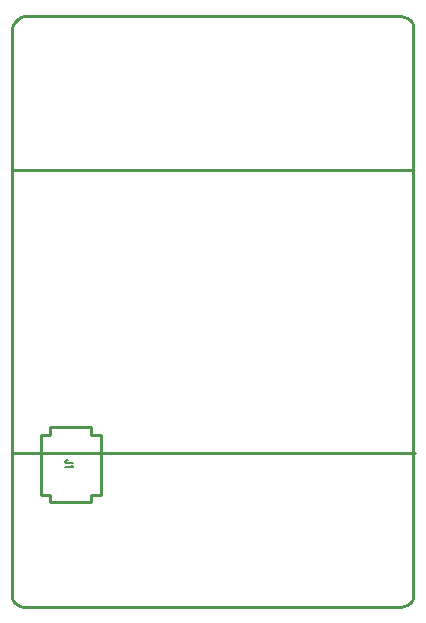
<source format=gm1>
G04*
G04 #@! TF.GenerationSoftware,Altium Limited,Altium Designer,21.0.8 (223)*
G04*
G04 Layer_Color=16711935*
%FSLAX25Y25*%
%MOIN*%
G70*
G04*
G04 #@! TF.SameCoordinates,33316FA8-22EC-4851-BF61-47935A3E7C20*
G04*
G04*
G04 #@! TF.FilePolarity,Positive*
G04*
G01*
G75*
%ADD12C,0.00984*%
%ADD15C,0.01000*%
%ADD16C,0.00500*%
D12*
X0Y3937D02*
X134Y2918D01*
X527Y1969D01*
X1153Y1153D01*
X1969Y527D01*
X2918Y134D01*
X3937Y0D01*
X129921D02*
X130940Y134D01*
X131890Y527D01*
X132705Y1153D01*
X133331Y1969D01*
X133724Y2918D01*
X133858Y3937D01*
Y192913D02*
X133724Y193932D01*
X133331Y194882D01*
X132705Y195697D01*
X131890Y196323D01*
X130940Y196716D01*
X129921Y196850D01*
X5000D02*
X4025Y196754D01*
X3087Y196470D01*
X2222Y196008D01*
X1464Y195386D01*
X843Y194628D01*
X381Y193764D01*
X96Y192826D01*
X0Y191850D01*
X133858Y145669D02*
Y192913D01*
X0Y145669D02*
Y191850D01*
X532Y51181D02*
X134390Y51181D01*
X0Y3937D02*
Y191850D01*
X3937Y0D02*
X66929D01*
X133858Y3937D02*
Y192913D01*
X5000Y196850D02*
X129921D01*
X66929Y0D02*
X129921D01*
X0Y145669D02*
X133858Y145669D01*
D15*
X12935Y59744D02*
X26435D01*
X12935Y57244D02*
Y59744D01*
X9685Y57244D02*
X12935D01*
X9685Y37244D02*
Y57244D01*
Y37244D02*
X12935D01*
Y34744D02*
Y37244D01*
Y34744D02*
X26435D01*
Y37244D01*
X29685D01*
Y57244D01*
X26435D02*
X29685D01*
X26435D02*
Y59744D01*
D16*
X20435Y47768D02*
X18530D01*
X18173Y47887D01*
X18054Y48006D01*
X17935Y48244D01*
Y48482D01*
X18054Y48720D01*
X18173Y48839D01*
X18530Y48958D01*
X18768D01*
X19959Y47125D02*
X20078Y46887D01*
X20435Y46530D01*
X17935D01*
M02*

</source>
